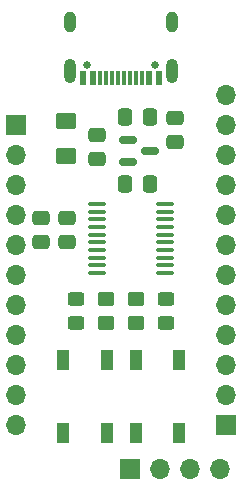
<source format=gbr>
%TF.GenerationSoftware,KiCad,Pcbnew,(6.0.8)*%
%TF.CreationDate,2023-05-03T15:07:48+02:00*%
%TF.ProjectId,Floppy Board v3.1,466c6f70-7079-4204-926f-617264207633,3.0*%
%TF.SameCoordinates,Original*%
%TF.FileFunction,Soldermask,Top*%
%TF.FilePolarity,Negative*%
%FSLAX46Y46*%
G04 Gerber Fmt 4.6, Leading zero omitted, Abs format (unit mm)*
G04 Created by KiCad (PCBNEW (6.0.8)) date 2023-05-03 15:07:48*
%MOMM*%
%LPD*%
G01*
G04 APERTURE LIST*
G04 Aperture macros list*
%AMRoundRect*
0 Rectangle with rounded corners*
0 $1 Rounding radius*
0 $2 $3 $4 $5 $6 $7 $8 $9 X,Y pos of 4 corners*
0 Add a 4 corners polygon primitive as box body*
4,1,4,$2,$3,$4,$5,$6,$7,$8,$9,$2,$3,0*
0 Add four circle primitives for the rounded corners*
1,1,$1+$1,$2,$3*
1,1,$1+$1,$4,$5*
1,1,$1+$1,$6,$7*
1,1,$1+$1,$8,$9*
0 Add four rect primitives between the rounded corners*
20,1,$1+$1,$2,$3,$4,$5,0*
20,1,$1+$1,$4,$5,$6,$7,0*
20,1,$1+$1,$6,$7,$8,$9,0*
20,1,$1+$1,$8,$9,$2,$3,0*%
G04 Aperture macros list end*
%ADD10RoundRect,0.250000X0.450000X-0.325000X0.450000X0.325000X-0.450000X0.325000X-0.450000X-0.325000X0*%
%ADD11RoundRect,0.250000X-0.475000X0.337500X-0.475000X-0.337500X0.475000X-0.337500X0.475000X0.337500X0*%
%ADD12R,1.100000X1.800000*%
%ADD13RoundRect,0.250000X-0.450000X0.350000X-0.450000X-0.350000X0.450000X-0.350000X0.450000X0.350000X0*%
%ADD14RoundRect,0.250000X0.337500X0.475000X-0.337500X0.475000X-0.337500X-0.475000X0.337500X-0.475000X0*%
%ADD15R,1.700000X1.700000*%
%ADD16O,1.700000X1.700000*%
%ADD17RoundRect,0.250000X0.450000X-0.350000X0.450000X0.350000X-0.450000X0.350000X-0.450000X-0.350000X0*%
%ADD18RoundRect,0.250000X0.475000X-0.337500X0.475000X0.337500X-0.475000X0.337500X-0.475000X-0.337500X0*%
%ADD19RoundRect,0.250001X-0.624999X0.462499X-0.624999X-0.462499X0.624999X-0.462499X0.624999X0.462499X0*%
%ADD20C,0.650000*%
%ADD21R,0.600000X1.150000*%
%ADD22R,0.300000X1.150000*%
%ADD23O,1.000000X2.100000*%
%ADD24O,1.000000X1.800000*%
%ADD25RoundRect,0.150000X-0.587500X-0.150000X0.587500X-0.150000X0.587500X0.150000X-0.587500X0.150000X0*%
%ADD26RoundRect,0.100000X-0.637500X-0.100000X0.637500X-0.100000X0.637500X0.100000X-0.637500X0.100000X0*%
G04 APERTURE END LIST*
D10*
%TO.C,D4*%
X158242000Y-98561000D03*
X158242000Y-96511000D03*
%TD*%
D11*
%TO.C,C1*%
X155321000Y-89640500D03*
X155321000Y-91715500D03*
%TD*%
D12*
%TO.C,SW1*%
X167000800Y-107900400D03*
X167000800Y-101700400D03*
X163300800Y-101700400D03*
X163300800Y-107900400D03*
%TD*%
D13*
%TO.C,R5*%
X160797000Y-96536000D03*
X160797000Y-98536000D03*
%TD*%
D14*
%TO.C,C4*%
X164511900Y-86766400D03*
X162436900Y-86766400D03*
%TD*%
%TO.C,C6*%
X164508000Y-81153000D03*
X162433000Y-81153000D03*
%TD*%
D10*
%TO.C,D2*%
X165862000Y-98561000D03*
X165862000Y-96511000D03*
%TD*%
D15*
%TO.C,J1*%
X162822000Y-110938000D03*
D16*
X165362000Y-110938000D03*
X167902000Y-110938000D03*
X170442000Y-110938000D03*
%TD*%
D17*
%TO.C,R4*%
X163307000Y-98536000D03*
X163307000Y-96536000D03*
%TD*%
D12*
%TO.C,SW2*%
X157154000Y-101700400D03*
X157154000Y-107900400D03*
X160854000Y-101700400D03*
X160854000Y-107900400D03*
%TD*%
D18*
%TO.C,C5*%
X160020000Y-84705100D03*
X160020000Y-82630100D03*
%TD*%
D19*
%TO.C,F1*%
X157378400Y-81418100D03*
X157378400Y-84393100D03*
%TD*%
D11*
%TO.C,C2*%
X157480000Y-89640500D03*
X157480000Y-91715500D03*
%TD*%
D20*
%TO.C,J2*%
X164947000Y-76730500D03*
X159167000Y-76730500D03*
D21*
X165257000Y-77805500D03*
X164457000Y-77805500D03*
D22*
X163807000Y-77805500D03*
X163307000Y-77805500D03*
X162807000Y-77805500D03*
X162307000Y-77805500D03*
X161807000Y-77805500D03*
X161307000Y-77805500D03*
X160807000Y-77805500D03*
X160307000Y-77805500D03*
D21*
X159657000Y-77805500D03*
X158857000Y-77805500D03*
D23*
X157737000Y-77230500D03*
D24*
X157737000Y-73050500D03*
D23*
X166377000Y-77230500D03*
D24*
X166377000Y-73050500D03*
%TD*%
D25*
%TO.C,U3*%
X162638500Y-83022400D03*
X162638500Y-84922400D03*
X164513500Y-83972400D03*
%TD*%
D11*
%TO.C,C7*%
X166624000Y-81156900D03*
X166624000Y-83231900D03*
%TD*%
D26*
%TO.C,U1*%
X160078500Y-88481000D03*
X160078500Y-89131000D03*
X160078500Y-89781000D03*
X160078500Y-90431000D03*
X160078500Y-91081000D03*
X160078500Y-91731000D03*
X160078500Y-92381000D03*
X160078500Y-93031000D03*
X160078500Y-93681000D03*
X160078500Y-94331000D03*
X165803500Y-94331000D03*
X165803500Y-93681000D03*
X165803500Y-93031000D03*
X165803500Y-92381000D03*
X165803500Y-91731000D03*
X165803500Y-91081000D03*
X165803500Y-90431000D03*
X165803500Y-89781000D03*
X165803500Y-89131000D03*
X165803500Y-88481000D03*
%TD*%
D15*
%TO.C,J4*%
X170942000Y-107188000D03*
D16*
X170942000Y-104648000D03*
X170942000Y-102108000D03*
X170942000Y-99568000D03*
X170942000Y-97028000D03*
X170942000Y-94488000D03*
X170942000Y-91948000D03*
X170942000Y-89408000D03*
X170942000Y-86868000D03*
X170942000Y-84328000D03*
X170942000Y-81788000D03*
X170942000Y-79248000D03*
%TD*%
D15*
%TO.C,J3*%
X153162000Y-81788000D03*
D16*
X153162000Y-84328000D03*
X153162000Y-86868000D03*
X153162000Y-89408000D03*
X153162000Y-91948000D03*
X153162000Y-94488000D03*
X153162000Y-97028000D03*
X153162000Y-99568000D03*
X153162000Y-102108000D03*
X153162000Y-104648000D03*
X153162000Y-107188000D03*
%TD*%
M02*

</source>
